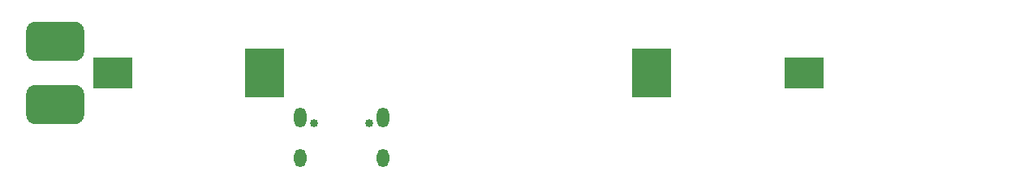
<source format=gbs>
G04 Layer_Color=16711935*
%FSLAX24Y24*%
%MOIN*%
G70*
G01*
G75*
G04:AMPARAMS|DCode=77|XSize=161.4mil|YSize=240.2mil|CornerRadius=41.3mil|HoleSize=0mil|Usage=FLASHONLY|Rotation=90.000|XOffset=0mil|YOffset=0mil|HoleType=Round|Shape=RoundedRectangle|*
%AMROUNDEDRECTD77*
21,1,0.1614,0.1575,0,0,90.0*
21,1,0.0787,0.2402,0,0,90.0*
1,1,0.0827,0.0787,0.0394*
1,1,0.0827,0.0787,-0.0394*
1,1,0.0827,-0.0787,-0.0394*
1,1,0.0827,-0.0787,0.0394*
%
%ADD77ROUNDEDRECTD77*%
%ADD91O,0.0512X0.0748*%
%ADD92O,0.0512X0.0827*%
%ADD93C,0.0335*%
%ADD94C,0.0039*%
%ADD95R,0.1614X0.1291*%
%ADD96R,0.1614X0.2039*%
D77*
X1390Y2766D02*
D03*
Y5364D02*
D03*
D91*
X11449Y587D02*
D03*
X14850D02*
D03*
D92*
X11449Y2232D02*
D03*
X14850D02*
D03*
D93*
X14287Y2024D02*
D03*
X12012D02*
D03*
D94*
X40180Y6905D02*
D03*
Y1000D02*
D03*
D95*
X32157Y4065D02*
D03*
X3748D02*
D03*
D96*
X25906D02*
D03*
X10000D02*
D03*
M02*

</source>
